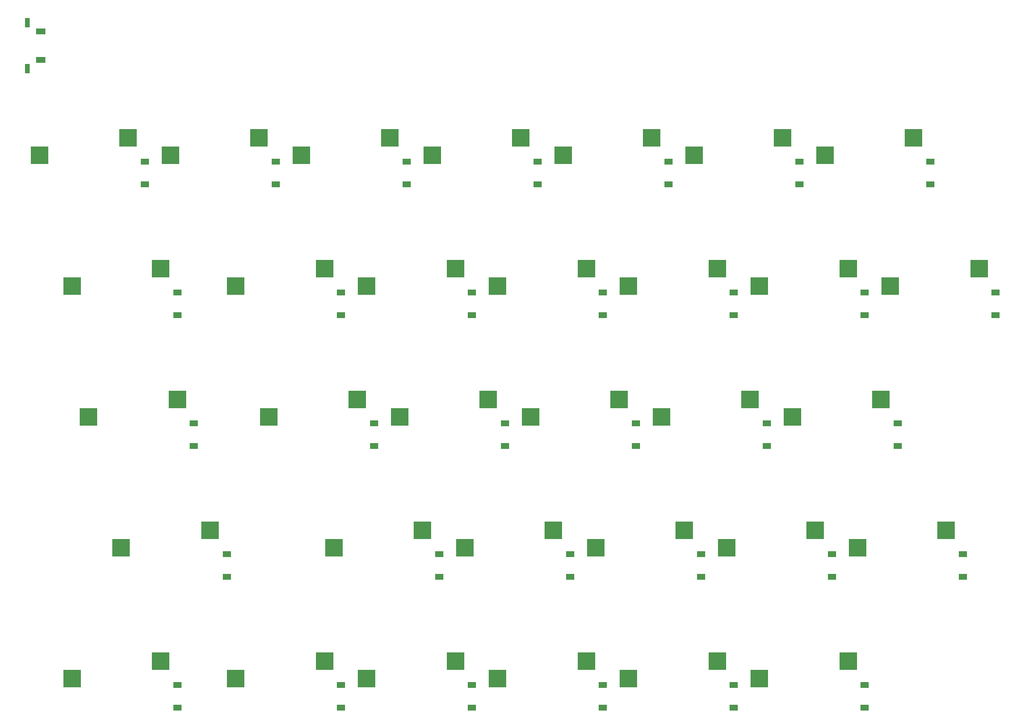
<source format=gbr>
G04 #@! TF.GenerationSoftware,KiCad,Pcbnew,(5.0.0)*
G04 #@! TF.CreationDate,2018-12-18T10:24:29+09:00*
G04 #@! TF.ProjectId,hecomi,6865636F6D692E6B696361645F706362,rev?*
G04 #@! TF.SameCoordinates,Original*
G04 #@! TF.FileFunction,Paste,Bot*
G04 #@! TF.FilePolarity,Positive*
%FSLAX46Y46*%
G04 Gerber Fmt 4.6, Leading zero omitted, Abs format (unit mm)*
G04 Created by KiCad (PCBNEW (5.0.0)) date 12/18/18 10:24:29*
%MOMM*%
%LPD*%
G01*
G04 APERTURE LIST*
%ADD10R,2.550000X2.500000*%
%ADD11R,1.200000X0.900000*%
%ADD12R,0.800000X1.450000*%
%ADD13R,1.470000X0.900000*%
G04 APERTURE END LIST*
D10*
G04 #@! TO.C,SW22*
X42921200Y-73660000D03*
X55821200Y-71120000D03*
G04 #@! TD*
G04 #@! TO.C,SW23*
X73877500Y-73660000D03*
X86777500Y-71120000D03*
G04 #@! TD*
G04 #@! TO.C,SW25*
X111977000Y-73660000D03*
X124877000Y-71120000D03*
G04 #@! TD*
G04 #@! TO.C,SW26*
X131027000Y-73660000D03*
X143927000Y-71120000D03*
G04 #@! TD*
G04 #@! TO.C,SW27*
X150077000Y-73660000D03*
X162977000Y-71120000D03*
G04 #@! TD*
G04 #@! TO.C,SW29*
X35777500Y-92710000D03*
X48677500Y-90170000D03*
G04 #@! TD*
G04 #@! TO.C,SW30*
X59590000Y-92710000D03*
X72490000Y-90170000D03*
G04 #@! TD*
G04 #@! TO.C,SW32*
X97690000Y-92710000D03*
X110590000Y-90170000D03*
G04 #@! TD*
G04 #@! TO.C,SW33*
X116740000Y-92710000D03*
X129640000Y-90170000D03*
G04 #@! TD*
G04 #@! TO.C,SW34*
X135790000Y-92710000D03*
X148690000Y-90170000D03*
G04 #@! TD*
G04 #@! TO.C,SW20*
X140553000Y-54610000D03*
X153453000Y-52070000D03*
G04 #@! TD*
G04 #@! TO.C,SW24*
X92927000Y-73660000D03*
X105827000Y-71120000D03*
G04 #@! TD*
G04 #@! TO.C,SW2*
X50065000Y-16510000D03*
X62965000Y-13970000D03*
G04 #@! TD*
G04 #@! TO.C,SW12*
X116740000Y-35560000D03*
X129640000Y-33020000D03*
G04 #@! TD*
G04 #@! TO.C,SW31*
X78640000Y-92710000D03*
X91540000Y-90170000D03*
G04 #@! TD*
G04 #@! TO.C,SW3*
X69115000Y-16510000D03*
X82015000Y-13970000D03*
G04 #@! TD*
G04 #@! TO.C,SW4*
X88165000Y-16510000D03*
X101065000Y-13970000D03*
G04 #@! TD*
G04 #@! TO.C,SW5*
X107215000Y-16510000D03*
X120115000Y-13970000D03*
G04 #@! TD*
G04 #@! TO.C,SW7*
X145315000Y-16510000D03*
X158215000Y-13970000D03*
G04 #@! TD*
G04 #@! TO.C,SW8*
X35777500Y-35560000D03*
X48677500Y-33020000D03*
G04 #@! TD*
G04 #@! TO.C,SW18*
X102453000Y-54610000D03*
X115353000Y-52070000D03*
G04 #@! TD*
G04 #@! TO.C,SW10*
X78640000Y-35560000D03*
X91540000Y-33020000D03*
G04 #@! TD*
G04 #@! TO.C,SW11*
X97690000Y-35560000D03*
X110590000Y-33020000D03*
G04 #@! TD*
G04 #@! TO.C,SW13*
X135790000Y-35560000D03*
X148690000Y-33020000D03*
G04 #@! TD*
G04 #@! TO.C,SW14*
X154840000Y-35560000D03*
X167740000Y-33020000D03*
G04 #@! TD*
G04 #@! TO.C,SW15*
X38158800Y-54610000D03*
X51058800Y-52070000D03*
G04 #@! TD*
G04 #@! TO.C,SW16*
X64352500Y-54610000D03*
X77252500Y-52070000D03*
G04 #@! TD*
G04 #@! TO.C,SW17*
X83402500Y-54610000D03*
X96302500Y-52070000D03*
G04 #@! TD*
G04 #@! TO.C,SW19*
X121503000Y-54610000D03*
X134403000Y-52070000D03*
G04 #@! TD*
G04 #@! TO.C,SW9*
X59590000Y-35560000D03*
X72490000Y-33020000D03*
G04 #@! TD*
G04 #@! TO.C,SW6*
X126265000Y-16510000D03*
X139165000Y-13970000D03*
G04 #@! TD*
G04 #@! TO.C,SW1*
X31015000Y-16510000D03*
X43915000Y-13970000D03*
G04 #@! TD*
D11*
G04 #@! TO.C,D1*
X46355000Y-17400000D03*
X46355000Y-20700000D03*
G04 #@! TD*
G04 #@! TO.C,D2*
X65405000Y-17400000D03*
X65405000Y-20700000D03*
G04 #@! TD*
G04 #@! TO.C,D3*
X84455000Y-17400000D03*
X84455000Y-20700000D03*
G04 #@! TD*
G04 #@! TO.C,D4*
X103505000Y-17400000D03*
X103505000Y-20700000D03*
G04 #@! TD*
G04 #@! TO.C,D5*
X122555000Y-17400000D03*
X122555000Y-20700000D03*
G04 #@! TD*
G04 #@! TO.C,D6*
X141605000Y-17400000D03*
X141605000Y-20700000D03*
G04 #@! TD*
G04 #@! TO.C,D7*
X160655000Y-17400000D03*
X160655000Y-20700000D03*
G04 #@! TD*
G04 #@! TO.C,D8*
X51117500Y-36450000D03*
X51117500Y-39750000D03*
G04 #@! TD*
G04 #@! TO.C,D9*
X74930000Y-36450000D03*
X74930000Y-39750000D03*
G04 #@! TD*
G04 #@! TO.C,D10*
X93980000Y-36450000D03*
X93980000Y-39750000D03*
G04 #@! TD*
G04 #@! TO.C,D11*
X113030000Y-36450000D03*
X113030000Y-39750000D03*
G04 #@! TD*
G04 #@! TO.C,D12*
X132080000Y-36450000D03*
X132080000Y-39750000D03*
G04 #@! TD*
G04 #@! TO.C,D13*
X151130000Y-36450000D03*
X151130000Y-39750000D03*
G04 #@! TD*
G04 #@! TO.C,D14*
X170180000Y-36450000D03*
X170180000Y-39750000D03*
G04 #@! TD*
G04 #@! TO.C,D15*
X53498800Y-55500000D03*
X53498800Y-58800000D03*
G04 #@! TD*
G04 #@! TO.C,D16*
X79692500Y-55500000D03*
X79692500Y-58800000D03*
G04 #@! TD*
G04 #@! TO.C,D17*
X98742500Y-55500000D03*
X98742500Y-58800000D03*
G04 #@! TD*
G04 #@! TO.C,D18*
X117792000Y-55500000D03*
X117792000Y-58800000D03*
G04 #@! TD*
G04 #@! TO.C,D19*
X136842000Y-55500000D03*
X136842000Y-58800000D03*
G04 #@! TD*
G04 #@! TO.C,D20*
X155892000Y-55500000D03*
X155892000Y-58800000D03*
G04 #@! TD*
G04 #@! TO.C,D22*
X58261200Y-74550000D03*
X58261200Y-77850000D03*
G04 #@! TD*
G04 #@! TO.C,D23*
X89217500Y-74550000D03*
X89217500Y-77850000D03*
G04 #@! TD*
G04 #@! TO.C,D24*
X108268000Y-74550000D03*
X108268000Y-77850000D03*
G04 #@! TD*
G04 #@! TO.C,D25*
X127318000Y-74550000D03*
X127318000Y-77850000D03*
G04 #@! TD*
G04 #@! TO.C,D26*
X146368000Y-74550000D03*
X146368000Y-77850000D03*
G04 #@! TD*
G04 #@! TO.C,D27*
X165418000Y-74550000D03*
X165418000Y-77850000D03*
G04 #@! TD*
G04 #@! TO.C,D29*
X51117500Y-93600000D03*
X51117500Y-96900000D03*
G04 #@! TD*
G04 #@! TO.C,D30*
X74930000Y-93600000D03*
X74930000Y-96900000D03*
G04 #@! TD*
G04 #@! TO.C,D31*
X93980000Y-93600000D03*
X93980000Y-96900000D03*
G04 #@! TD*
G04 #@! TO.C,D32*
X113030000Y-93600000D03*
X113030000Y-96900000D03*
G04 #@! TD*
G04 #@! TO.C,D33*
X132080000Y-93600000D03*
X132080000Y-96900000D03*
G04 #@! TD*
G04 #@! TO.C,D34*
X151130000Y-93600000D03*
X151130000Y-96900000D03*
G04 #@! TD*
D12*
G04 #@! TO.C,SW36*
X29226000Y2867000D03*
X29226000Y-3883000D03*
D13*
X31211000Y1592000D03*
X31211000Y-2608000D03*
G04 #@! TD*
M02*

</source>
